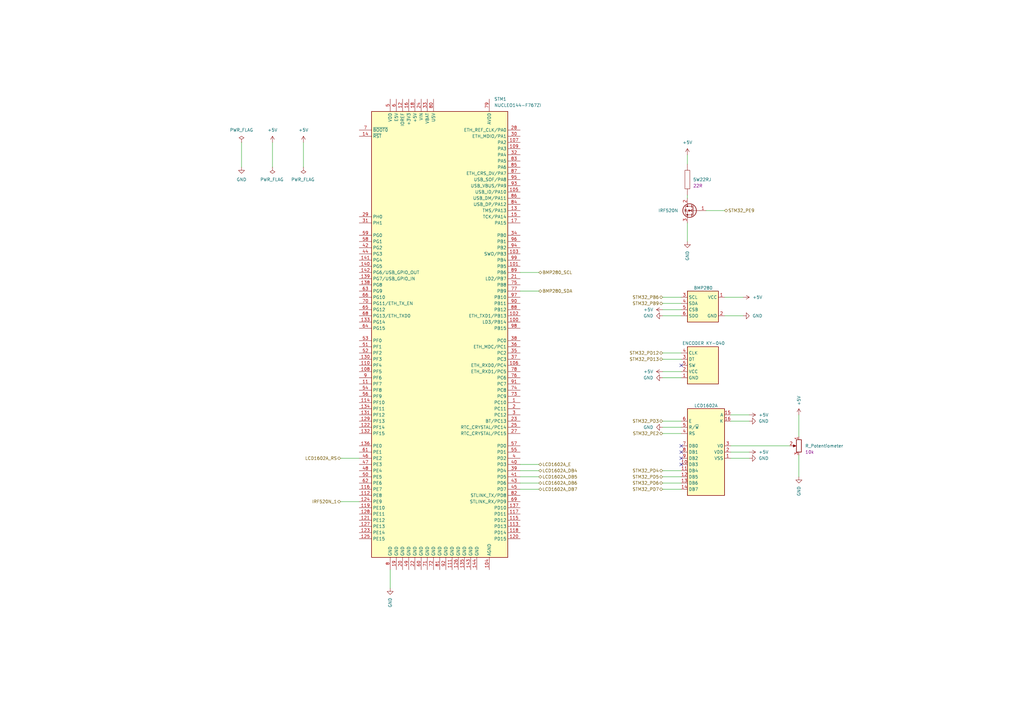
<source format=kicad_sch>
(kicad_sch (version 20211123) (generator eeschema)
  (paper "A3")
  (title_block (title "Schemat elektroniczny projektu regulatora temperatury PID") (date "2022-01-30"))
  (lib_symbols
    (symbol "Device:R_Potentiometer" (pin_names (offset 1.016) hide)
      (property "Reference" "RV" (at -4.445 0 90))
      (property "Value" "R_Potentiometer" (at -2.54 0 90))
      (symbol "R_Potentiometer_0_1"
        (polyline (pts (xy 2.54 0) (xy 1.524 0)))
        (polyline (pts (xy 1.143 0) (xy 2.286 0.508) (xy 2.286 -0.508) (xy 1.143 0)) (fill (type outline)))
        (rectangle (start 1.016 2.54) (end -1.016 -2.54) (stroke (width 0.254)))
      )
      (symbol "R_Potentiometer_1_1"
        (pin passive line (at 0 3.81 270) (length 1.27) (name "1") (number "1"))
        (pin passive line (at 3.81 0 180) (length 1.27) (name "2") (number "2"))
        (pin passive line (at 0 -3.81 90) (length 1.27) (name "3") (number "3"))
      )
    )
    (symbol "Display_Character:HY1602E"
      (property "Value" "LCD_1602A" (at -5.08 19.05 0))
      (symbol "HY1602E_0_1"
        (rectangle (start -7.62 17.78) (end 7.62 -17.78) (stroke (width 0.254)) (fill (type background)))
      )
      (symbol "HY1602E_1_1"
        (pin passive line (at 10.16 -2.54 180) (length 2.54) (name "VSS") (number "1"))
        (pin bidirectional line (at -10.16 -5.08 0) (length 2.54) (name "DB3") (number "10"))
        (pin bidirectional line (at -10.16 -7.62 0) (length 2.54) (name "DB4") (number "11"))
        (pin bidirectional line (at -10.16 -10.16 0) (length 2.54) (name "DB5") (number "12"))
        (pin bidirectional line (at -10.16 -12.7 0) (length 2.54) (name "DB6") (number "13"))
        (pin bidirectional line (at -10.16 -15.24 0) (length 2.54) (name "DB7") (number "14"))
        (pin input line (at 10.16 15.24 180) (length 2.54) (name "A") (number "15"))
        (pin input line (at 10.16 12.7 180) (length 2.54) (name "K") (number "16"))
        (pin passive line (at 10.16 0 180) (length 2.54) (name "VDD") (number "2"))
        (pin power_in line (at 10.16 2.54 180) (length 2.54) (name "V0") (number "3"))
        (pin input line (at -10.16 7.62 0) (length 2.54) (name "RS") (number "4"))
        (pin input line (at -10.16 10.16 0) (length 2.54) (name "R/~{W}") (number "5"))
        (pin input line (at -10.16 12.7 0) (length 2.54) (name "E") (number "6"))
        (pin bidirectional line (at -10.16 2.54 0) (length 2.54) (name "DB0") (number "7"))
        (pin bidirectional line (at -10.16 0 0) (length 2.54) (name "DB1") (number "8"))
        (pin bidirectional line (at -10.16 -2.54 0) (length 2.54) (name "DB2") (number "9"))
      )
    )
    (symbol "MCU_Module:NUCLEO144-F767ZI"
      (property "Reference" "U" (at -22.86 94.615 0))
      (property "Value" "NUCLEO144-F767ZI" (at -22.86 92.71 0))
      (symbol "NUCLEO144-F767ZI_0_1"
        (rectangle (start -27.94 -91.44) (end 27.94 91.44) (stroke (width 0.254)) (fill (type background)))
      )
      (symbol "NUCLEO144-F767ZI_1_1"
        (pin bidirectional line (at 33.02 -27.94 180) (length 5.08) (name "PC10") (number "1"))
        (pin no_connect line (at -33.02 55.88 0) (length 5.08) hide (name "NC") (number "10"))
        (pin bidirectional line (at 33.02 5.08 180) (length 5.08) (name "LD3/PB14") (number "100"))
        (pin bidirectional line (at 33.02 27.94 180) (length 5.08) (name "PB5") (number "101"))
        (pin bidirectional line (at 33.02 7.62 180) (length 5.08) (name "ETH_TXD1/PB13") (number "102"))
        (pin bidirectional line (at 33.02 33.02 180) (length 5.08) (name "SWO/PB3") (number "103"))
        (pin power_in line (at 20.32 -96.52 90) (length 5.08) (name "AGND") (number "104"))
        (pin bidirectional line (at 33.02 58.42 180) (length 5.08) (name "USB_ID/PA10") (number "105"))
        (pin bidirectional line (at 33.02 -12.7 180) (length 5.08) (name "ETH_RXD0/PC4") (number "106"))
        (pin bidirectional line (at 33.02 78.74 180) (length 5.08) (name "PA2") (number "107"))
        (pin bidirectional line (at -33.02 -15.24 0) (length 5.08) (name "PF5") (number "108"))
        (pin bidirectional line (at 33.02 76.2 180) (length 5.08) (name "PA3") (number "109"))
        (pin bidirectional line (at -33.02 -20.32 0) (length 5.08) (name "PF7") (number "11"))
        (pin bidirectional line (at -33.02 -12.7 0) (length 5.08) (name "PF4") (number "110"))
        (pin power_in line (at 5.08 -96.52 90) (length 5.08) (name "GND") (number "111"))
        (pin bidirectional line (at -33.02 -66.04 0) (length 5.08) (name "PE8") (number "112"))
        (pin bidirectional line (at 33.02 -78.74 180) (length 5.08) (name "PD13") (number "113"))
        (pin bidirectional line (at -33.02 -27.94 0) (length 5.08) (name "PF10") (number "114"))
        (pin bidirectional line (at 33.02 -76.2 180) (length 5.08) (name "PD12") (number "115"))
        (pin bidirectional line (at -33.02 -63.5 0) (length 5.08) (name "PE7") (number "116"))
        (pin bidirectional line (at 33.02 -73.66 180) (length 5.08) (name "PD11") (number "117"))
        (pin bidirectional line (at 33.02 -81.28 180) (length 5.08) (name "PD14") (number "118"))
        (pin bidirectional line (at -33.02 -71.12 0) (length 5.08) (name "PE10") (number "119"))
        (pin power_in line (at -15.24 96.52 270) (length 5.08) (name "IOREF") (number "12"))
        (pin bidirectional line (at 33.02 -83.82 180) (length 5.08) (name "PD15") (number "120"))
        (pin bidirectional line (at -33.02 -76.2 0) (length 5.08) (name "PE12") (number "121"))
        (pin bidirectional line (at -33.02 -38.1 0) (length 5.08) (name "PF14") (number "122"))
        (pin bidirectional line (at -33.02 -81.28 0) (length 5.08) (name "PE14") (number "123"))
        (pin bidirectional line (at -33.02 -68.58 0) (length 5.08) (name "PE9") (number "124"))
        (pin bidirectional line (at -33.02 -83.82 0) (length 5.08) (name "PE15") (number "125"))
        (pin power_in line (at 7.62 -96.52 90) (length 5.08) (name "GND") (number "126"))
        (pin bidirectional line (at -33.02 -78.74 0) (length 5.08) (name "PE13") (number "127"))
        (pin bidirectional line (at -33.02 -73.66 0) (length 5.08) (name "PE11") (number "128"))
        (pin bidirectional line (at -33.02 -35.56 0) (length 5.08) (name "PF13") (number "129"))
        (pin bidirectional line (at 33.02 50.8 180) (length 5.08) (name "TMS/PA13") (number "13"))
        (pin bidirectional line (at -33.02 -10.16 0) (length 5.08) (name "PF3") (number "130"))
        (pin bidirectional line (at -33.02 -33.02 0) (length 5.08) (name "PF12") (number "131"))
        (pin bidirectional line (at -33.02 -40.64 0) (length 5.08) (name "PF15") (number "132"))
        (pin bidirectional line (at -33.02 5.08 0) (length 5.08) (name "PG14") (number "133"))
        (pin bidirectional line (at -33.02 -30.48 0) (length 5.08) (name "PF11") (number "134"))
        (pin power_in line (at 10.16 -96.52 90) (length 5.08) (name "GND") (number "135"))
        (pin bidirectional line (at -33.02 -45.72 0) (length 5.08) (name "PE0") (number "136"))
        (pin bidirectional line (at 33.02 -71.12 180) (length 5.08) (name "PD10") (number "137"))
        (pin bidirectional line (at -33.02 20.32 0) (length 5.08) (name "PG8") (number "138"))
        (pin bidirectional line (at -33.02 22.86 0) (length 5.08) (name "PG7/USB_GPIO_IN") (number "139"))
        (pin input line (at -33.02 81.28 0) (length 5.08) (name "~{RST}") (number "14"))
        (pin bidirectional line (at -33.02 27.94 0) (length 5.08) (name "PG5") (number "140"))
        (pin bidirectional line (at -33.02 30.48 0) (length 5.08) (name "PG4") (number "141"))
        (pin bidirectional line (at -33.02 25.4 0) (length 5.08) (name "PG6/USB_GPIO_OUT") (number "142"))
        (pin power_in line (at 12.7 -96.52 90) (length 5.08) (name "GND") (number "143"))
        (pin power_in line (at 15.24 -96.52 90) (length 5.08) (name "GND") (number "144"))
        (pin bidirectional line (at 33.02 48.26 180) (length 5.08) (name "TCK/PA14") (number "15"))
        (pin power_in line (at -12.7 96.52 270) (length 5.08) (name "+3V3") (number "16"))
        (pin bidirectional line (at 33.02 45.72 180) (length 5.08) (name "PA15") (number "17"))
        (pin power_in line (at -10.16 96.52 270) (length 5.08) (name "+5V") (number "18"))
        (pin power_in line (at -17.78 -96.52 90) (length 5.08) (name "GND") (number "19"))
        (pin bidirectional line (at 33.02 -30.48 180) (length 5.08) (name "PC11") (number "2"))
        (pin power_in line (at -15.24 -96.52 90) (length 5.08) (name "GND") (number "20"))
        (pin bidirectional line (at 33.02 22.86 180) (length 5.08) (name "LD2/PB7") (number "21"))
        (pin power_in line (at -10.16 -96.52 90) (length 5.08) (name "GND") (number "22"))
        (pin bidirectional line (at 33.02 -35.56 180) (length 5.08) (name "BT/PC13") (number "23"))
        (pin power_in line (at -7.62 96.52 270) (length 5.08) (name "VIN") (number "24"))
        (pin bidirectional line (at 33.02 -38.1 180) (length 5.08) (name "RTC_CRYSTAL/PC14") (number "25"))
        (pin no_connect line (at -33.02 58.42 0) (length 5.08) hide (name "NC") (number "26"))
        (pin bidirectional line (at 33.02 -40.64 180) (length 5.08) (name "RTC_CRYSTAL/PC15") (number "27"))
        (pin bidirectional line (at 33.02 83.82 180) (length 5.08) (name "ETH_REF_CLK/PA0") (number "28"))
        (pin bidirectional line (at -33.02 48.26 0) (length 5.08) (name "PH0") (number "29"))
        (pin bidirectional line (at 33.02 -33.02 180) (length 5.08) (name "PC12") (number "3"))
        (pin bidirectional line (at 33.02 81.28 180) (length 5.08) (name "ETH_MDIO/PA1") (number "30"))
        (pin bidirectional line (at -33.02 45.72 0) (length 5.08) (name "PH1") (number "31"))
        (pin bidirectional line (at 33.02 73.66 180) (length 5.08) (name "PA4") (number "32"))
        (pin power_in line (at -5.08 96.52 270) (length 5.08) (name "VBAT") (number "33"))
        (pin bidirectional line (at 33.02 40.64 180) (length 5.08) (name "PB0") (number "34"))
        (pin bidirectional line (at 33.02 -7.62 180) (length 5.08) (name "PC2") (number "35"))
        (pin bidirectional line (at 33.02 -5.08 180) (length 5.08) (name "ETH_MDC/PC1") (number "36"))
        (pin bidirectional line (at 33.02 -10.16 180) (length 5.08) (name "PC3") (number "37"))
        (pin bidirectional line (at 33.02 -2.54 180) (length 5.08) (name "PC0") (number "38"))
        (pin bidirectional line (at 33.02 -55.88 180) (length 5.08) (name "PD4") (number "39"))
        (pin bidirectional line (at 33.02 -50.8 180) (length 5.08) (name "PD2") (number "4"))
        (pin bidirectional line (at 33.02 -53.34 180) (length 5.08) (name "PD3") (number "40"))
        (pin bidirectional line (at 33.02 -58.42 180) (length 5.08) (name "PD5") (number "41"))
        (pin bidirectional line (at -33.02 35.56 0) (length 5.08) (name "PG2") (number "42"))
        (pin bidirectional line (at 33.02 -60.96 180) (length 5.08) (name "PD6") (number "43"))
        (pin bidirectional line (at -33.02 33.02 0) (length 5.08) (name "PG3") (number "44"))
        (pin bidirectional line (at 33.02 -63.5 180) (length 5.08) (name "PD7") (number "45"))
        (pin bidirectional line (at -33.02 -50.8 0) (length 5.08) (name "PE2") (number "46"))
        (pin bidirectional line (at -33.02 -53.34 0) (length 5.08) (name "PE3") (number "47"))
        (pin bidirectional line (at -33.02 -55.88 0) (length 5.08) (name "PE4") (number "48"))
        (pin power_in line (at -12.7 -96.52 90) (length 5.08) (name "GND") (number "49"))
        (pin power_in line (at -20.32 96.52 270) (length 5.08) (name "VDD") (number "5"))
        (pin bidirectional line (at -33.02 -58.42 0) (length 5.08) (name "PE5") (number "50"))
        (pin bidirectional line (at -33.02 -5.08 0) (length 5.08) (name "PF1") (number "51"))
        (pin bidirectional line (at -33.02 -7.62 0) (length 5.08) (name "PF2") (number "52"))
        (pin bidirectional line (at -33.02 -2.54 0) (length 5.08) (name "PF0") (number "53"))
        (pin bidirectional line (at -33.02 -22.86 0) (length 5.08) (name "PF8") (number "54"))
        (pin bidirectional line (at 33.02 -48.26 180) (length 5.08) (name "PD1") (number "55"))
        (pin bidirectional line (at -33.02 -25.4 0) (length 5.08) (name "PF9") (number "56"))
        (pin bidirectional line (at 33.02 -45.72 180) (length 5.08) (name "PD0") (number "57"))
        (pin bidirectional line (at -33.02 38.1 0) (length 5.08) (name "PG1") (number "58"))
        (pin bidirectional line (at -33.02 40.64 0) (length 5.08) (name "PG0") (number "59"))
        (pin power_in line (at -17.78 96.52 270) (length 5.08) (name "E5V") (number "6"))
        (pin power_in line (at -7.62 -96.52 90) (length 5.08) (name "GND") (number "60"))
        (pin bidirectional line (at -33.02 -48.26 0) (length 5.08) (name "PE1") (number "61"))
        (pin bidirectional line (at -33.02 -60.96 0) (length 5.08) (name "PE6") (number "62"))
        (pin bidirectional line (at -33.02 17.78 0) (length 5.08) (name "PG9") (number "63"))
        (pin bidirectional line (at -33.02 2.54 0) (length 5.08) (name "PG15") (number "64"))
        (pin bidirectional line (at -33.02 10.16 0) (length 5.08) (name "PG12") (number "65"))
        (pin bidirectional line (at -33.02 15.24 0) (length 5.08) (name "PG10") (number "66"))
        (pin no_connect line (at -33.02 53.34 0) (length 5.08) hide (name "NC") (number "67"))
        (pin bidirectional line (at -33.02 7.62 0) (length 5.08) (name "PG13/ETH_TXD0") (number "68"))
        (pin bidirectional line (at 33.02 -68.58 180) (length 5.08) (name "STLINK_RX/PD9") (number "69"))
        (pin input line (at -33.02 83.82 0) (length 5.08) (name "~{BOOT0}") (number "7"))
        (pin bidirectional line (at -33.02 12.7 0) (length 5.08) (name "PG11/ETH_TX_EN") (number "70"))
        (pin power_in line (at -5.08 -96.52 90) (length 5.08) (name "GND") (number "71"))
        (pin power_in line (at -2.54 -96.52 90) (length 5.08) (name "GND") (number "72"))
        (pin bidirectional line (at 33.02 -25.4 180) (length 5.08) (name "PC9") (number "73"))
        (pin bidirectional line (at 33.02 -22.86 180) (length 5.08) (name "PC8") (number "74"))
        (pin bidirectional line (at 33.02 20.32 180) (length 5.08) (name "PB8") (number "75"))
        (pin bidirectional line (at 33.02 -17.78 180) (length 5.08) (name "PC6") (number "76"))
        (pin bidirectional line (at 33.02 17.78 180) (length 5.08) (name "PB9") (number "77"))
        (pin bidirectional line (at 33.02 -15.24 180) (length 5.08) (name "ETH_RXD1/PC5") (number "78"))
        (pin power_in line (at 20.32 96.52 270) (length 5.08) (name "AVDD") (number "79"))
        (pin power_in line (at -20.32 -96.52 90) (length 5.08) (name "GND") (number "8"))
        (pin power_in line (at -2.54 96.52 270) (length 5.08) (name "U5V") (number "80"))
        (pin power_in line (at 0 -96.52 90) (length 5.08) (name "GND") (number "81"))
        (pin bidirectional line (at 33.02 -66.04 180) (length 5.08) (name "STLINK_TX/PD8") (number "82"))
        (pin bidirectional line (at 33.02 71.12 180) (length 5.08) (name "PA5") (number "83"))
        (pin bidirectional line (at 33.02 53.34 180) (length 5.08) (name "USB_DP/PA12") (number "84"))
        (pin bidirectional line (at 33.02 68.58 180) (length 5.08) (name "PA6") (number "85"))
        (pin bidirectional line (at 33.02 55.88 180) (length 5.08) (name "USB_DM/PA11") (number "86"))
        (pin bidirectional line (at 33.02 66.04 180) (length 5.08) (name "ETH_CRS_DV/PA7") (number "87"))
        (pin bidirectional line (at 33.02 10.16 180) (length 5.08) (name "PB12") (number "88"))
        (pin bidirectional line (at 33.02 25.4 180) (length 5.08) (name "PB6") (number "89"))
        (pin bidirectional line (at -33.02 -17.78 0) (length 5.08) (name "PF6") (number "9"))
        (pin bidirectional line (at 33.02 12.7 180) (length 5.08) (name "PB11") (number "90"))
        (pin bidirectional line (at 33.02 -20.32 180) (length 5.08) (name "PC7") (number "91"))
        (pin power_in line (at 2.54 -96.52 90) (length 5.08) (name "GND") (number "92"))
        (pin bidirectional line (at 33.02 60.96 180) (length 5.08) (name "USB_VBUS/PA9") (number "93"))
        (pin bidirectional line (at 33.02 35.56 180) (length 5.08) (name "PB2") (number "94"))
        (pin bidirectional line (at 33.02 63.5 180) (length 5.08) (name "USB_SOF/PA8") (number "95"))
        (pin bidirectional line (at 33.02 38.1 180) (length 5.08) (name "PB1") (number "96"))
        (pin bidirectional line (at 33.02 15.24 180) (length 5.08) (name "PB10") (number "97"))
        (pin bidirectional line (at 33.02 2.54 180) (length 5.08) (name "PB15") (number "98"))
        (pin bidirectional line (at 33.02 30.48 180) (length 5.08) (name "PB4") (number "99"))
      )
    )
    (symbol "Sensor_Pressure:BMP280"
      (property "Value" "BMP280" (at -5.08 8.89 0))
      (symbol "BMP280_0_1"
        (rectangle (start -7.62 -5.08) (end 5.08 7.62) (stroke (width 0.254)) (fill (type background)))
      )
      (symbol "BMP280_1_1"
        (pin power_in line (at 7.62 5.08 180) (length 2.54) (name "VCC") (number "1"))
        (pin power_in line (at 7.62 -2.54 180) (length 2.54) (name "GND") (number "2"))
        (pin input line (at -10.16 5.08 0) (length 2.54) (name "SCL") (number "3"))
        (pin bidirectional line (at -10.16 2.54 0) (length 2.54) (name "SDA") (number "4"))
        (pin bidirectional line (at -10.16 0 0) (length 2.54) (name "CSB") (number "5"))
        (pin input line (at -10.16 -2.54 0) (length 2.54) (name "SDO") (number "6"))
      )
    )
    (symbol "Sensor_Pressure:ENCODER KY-040"
      (property "Value" "ENCODER KY-040" (at -10.16 10.16 0))
      (symbol "ENCODER KY-040_0_1"
        (rectangle (start -7.62 7.62) (end 5.08 -7.62) (stroke (width 0.254)) (fill (type background)))
      )
      (symbol "ENCODER KY-040_1_1"
        (pin power_in line (at -10.16 -5.08 0) (length 2.54) (name "GND") (number "1"))
        (pin power_in line (at -10.16 -2.54 0) (length 2.54) (name "VCC") (number "2"))
        (pin bidirectional line (at -10.16 2.54 0) (length 2.54) (name "DT") (number "3"))
        (pin bidirectional line (at -10.16 5.08 0) (length 2.54) (name "CLK") (number "4"))
        (pin bidirectional line (at -10.16 0 0) (length 2.54) (name "SW") (number "5"))
      )
    )
    (symbol "Transistor_FET:IRF540N" (pin_names hide)
      (property "Reference" "Q" (at 6.35 1.905 0))
      (property "Value" "IRF540N" (at 6.35 0 0))
      (symbol "IRF540N_0_1"
        (polyline (pts (xy 0.254 0) (xy -2.54 0)))
        (polyline (pts (xy 0.254 1.905) (xy 0.254 -1.905)) (stroke (width 0.254)))
        (polyline (pts (xy 0.762 -1.27) (xy 0.762 -2.286)) (stroke (width 0.254)))
        (polyline (pts (xy 0.762 0.508) (xy 0.762 -0.508)) (stroke (width 0.254)))
        (polyline (pts (xy 0.762 2.286) (xy 0.762 1.27)) (stroke (width 0.254)))
        (polyline (pts (xy 2.54 2.54) (xy 2.54 1.778)))
        (polyline (pts (xy 2.54 -2.54) (xy 2.54 0) (xy 0.762 0)))
        (polyline (pts (xy 0.762 -1.778) (xy 3.302 -1.778) (xy 3.302 1.778) (xy 0.762 1.778)))
        (polyline (pts (xy 1.016 0) (xy 2.032 0.381) (xy 2.032 -0.381) (xy 1.016 0)) (fill (type outline)))
        (polyline (pts (xy 2.794 0.508) (xy 2.921 0.381) (xy 3.683 0.381) (xy 3.81 0.254)))
        (polyline (pts (xy 3.302 0.381) (xy 2.921 -0.254) (xy 3.683 -0.254) (xy 3.302 0.381)))
        (circle (center 1.651 0) (radius 2.794) (stroke (width 0.254)))
        (circle (center 2.54 -1.778) (radius 0.254) (fill (type outline)))
        (circle (center 2.54 1.778) (radius 0.254) (fill (type outline)))
      )
      (symbol "IRF540N_1_1"
        (pin input line (at -5.08 0 0) (length 2.54) (name "G") (number "1"))
        (pin passive line (at 2.54 5.08 270) (length 2.54) (name "D") (number "2"))
        (pin passive line (at 2.54 -5.08 90) (length 2.54) (name "S") (number "3"))
      )
    )
    (symbol "power:+5.7V" (power) (pin_names (offset 0))
      (property "Value" "+5.7V" (at 0 3.556 0))
      (symbol "+5.7V_0_1"
        (polyline (pts (xy -0.762 1.27) (xy 0 2.54)))
        (polyline (pts (xy 0 0) (xy 0 2.54)))
        (polyline (pts (xy 0 2.54) (xy 0.762 1.27)))
      )
      (symbol "+5.7V_1_1"
        (pin power_in line (at 0 0 90) (length 0) hide (name "+5V") (number "1"))
      )
    )
    (symbol "power:+5V" (power) (pin_names (offset 0))
      (property "Value" "+5V" (at 0 3.556 0))
      (symbol "+5V_0_1"
        (polyline (pts (xy -0.762 1.27) (xy 0 2.54)))
        (polyline (pts (xy 0 0) (xy 0 2.54)))
        (polyline (pts (xy 0 2.54) (xy 0.762 1.27)))
      )
      (symbol "+5V_1_1"
        (pin power_in line (at 0 0 90) (length 0) hide (name "+5V") (number "1"))
      )
    )
    (symbol "power:GND" (power) (pin_names (offset 0))
      (property "Value" "GND" (at 0 -3.81 0))
      (symbol "GND_0_1"
        (polyline (pts (xy 0 0) (xy 0 -1.27) (xy 1.27 -1.27) (xy 0 -2.54) (xy -1.27 -1.27) (xy 0 -1.27)))
      )
      (symbol "GND_1_1"
        (pin power_in line (at 0 0 270) (length 0) hide (name "GND") (number "1"))
      )
    )
    (symbol "power:PWR_FLAG" (power) (pin_numbers hide) (pin_names (offset 0) hide)
      (property "Value" "PWR_FLAG" (at 0 3.81 0))
      (symbol "PWR_FLAG_0_0"
        (pin power_out line (at 0 0 90) (length 0) (name "pwr") (number "1"))
      )
      (symbol "PWR_FLAG_0_1"
        (polyline (pts (xy 0 0) (xy 0 1.27) (xy -1.016 1.905) (xy 0 2.54) (xy 1.016 1.905) (xy 0 1.27)))
      )
    )
    (symbol "pspice:R" (pin_numbers hide) (pin_names (offset 0))
      (property "Reference" "R" (at 2.032 0 90))
      (property "Value" "R" (at 0 0 90))
      (symbol "R_0_1"
        (rectangle (start -1.016 3.81) (end 1.016 -3.81))
      )
      (symbol "R_1_1"
        (pin passive line (at 0 6.35 270) (length 2.54) (name "~") (number "1"))
        (pin passive line (at 0 -6.35 90) (length 2.54) (name "~") (number "2"))
      )
    )
  )
  (no_connect (at 279.4 185.42))
  (no_connect (at 279.4 187.96))
  (no_connect (at 279.4 182.88))
  (no_connect (at 279.4 190.5))
  (no_connect (at 279.4 149.86))
  (wire (pts (xy 279.4 193.04) (xy 271.78 193.04)))
  (wire (pts (xy 160.02 241.3) (xy 160.02 233.68)))
  (wire (pts (xy 279.4 144.78) (xy 271.78 144.78)))
  (wire (pts (xy 281.94 99.06) (xy 281.94 91.44)))
  (wire (pts (xy 124.46 58.42) (xy 124.46 68.58)))
  (wire (pts (xy 299.72 182.88) (xy 323.85 182.88)))
  (wire (pts (xy 213.36 119.38) (xy 220.98 119.38)))
  (wire (pts (xy 281.94 63.5) (xy 281.94 67.31)))
  (wire (pts (xy 279.4 152.4) (xy 271.78 152.4)))
  (wire (pts (xy 271.78 129.54) (xy 279.4 129.54)))
  (wire (pts (xy 279.4 195.58) (xy 271.78 195.58)))
  (wire (pts (xy 307.34 172.72) (xy 299.72 172.72)))
  (wire (pts (xy 213.36 198.12) (xy 220.98 198.12)))
  (wire (pts (xy 299.72 170.18) (xy 307.34 170.18)))
  (wire (pts (xy 213.36 190.5) (xy 220.98 190.5)))
  (wire (pts (xy 271.78 175.26) (xy 279.4 175.26)))
  (wire (pts (xy 279.4 127) (xy 271.78 127)))
  (wire (pts (xy 279.4 124.46) (xy 271.78 124.46)))
  (wire (pts (xy 111.76 58.42) (xy 111.76 68.58)))
  (wire (pts (xy 327.66 170.18) (xy 327.66 179.07)))
  (wire (pts (xy 289.56 86.36) (xy 297.18 86.36)))
  (wire (pts (xy 279.4 147.32) (xy 271.78 147.32)))
  (wire (pts (xy 213.36 195.58) (xy 220.98 195.58)))
  (wire (pts (xy 279.4 200.66) (xy 271.78 200.66)))
  (wire (pts (xy 99.06 58.42) (xy 99.06 68.58)))
  (wire (pts (xy 279.4 198.12) (xy 271.78 198.12)))
  (wire (pts (xy 304.8 129.54) (xy 297.18 129.54)))
  (wire (pts (xy 299.72 185.42) (xy 307.34 185.42)))
  (wire (pts (xy 279.4 172.72) (xy 271.78 172.72)))
  (wire (pts (xy 213.36 200.66) (xy 220.98 200.66)))
  (wire (pts (xy 281.94 80.01) (xy 281.94 81.28)))
  (wire (pts (xy 213.36 193.04) (xy 220.98 193.04)))
  (wire (pts (xy 297.18 121.92) (xy 304.8 121.92)))
  (wire (pts (xy 213.36 111.76) (xy 220.98 111.76)))
  (wire (pts (xy 271.78 154.94) (xy 279.4 154.94)))
  (wire (pts (xy 279.4 121.92) (xy 271.78 121.92)))
  (wire (pts (xy 147.32 205.74) (xy 139.7 205.74)))
  (wire (pts (xy 307.34 187.96) (xy 299.72 187.96)))
  (wire (pts (xy 147.32 187.96) (xy 139.7 187.96)))
  (wire (pts (xy 327.66 186.69) (xy 327.66 195.58)))
  (wire (pts (xy 279.4 177.8) (xy 271.78 177.8)))
  (hierarchical_label "LCD1602A_RS" (shape bidirectional) (at 139.7 187.96 180))
  (hierarchical_label "STM32_PD4" (shape bidirectional) (at 271.78 193.04 180))
  (hierarchical_label "STM32_PD5" (shape bidirectional) (at 271.78 195.58 180))
  (hierarchical_label "STM32_PD13" (shape bidirectional) (at 271.78 147.32 180))
  (hierarchical_label "LCD1602A_DB6" (shape bidirectional) (at 220.98 198.12 0))
  (hierarchical_label "LCD1602A_E" (shape bidirectional) (at 220.98 190.5 0))
  (hierarchical_label "STM32_PD7" (shape bidirectional) (at 271.78 200.66 180))
  (hierarchical_label "STM32_PB9" (shape bidirectional) (at 271.78 124.46 180))
  (hierarchical_label "STM32_PE9" (shape bidirectional) (at 297.18 86.36 0))
  (hierarchical_label "STM32_PD6" (shape bidirectional) (at 271.78 198.12 180))
  (hierarchical_label "STM32_PD3" (shape bidirectional) (at 271.78 172.72 180))
  (hierarchical_label "LCD1602A_DB5" (shape bidirectional) (at 220.98 195.58 0))
  (hierarchical_label "STM32_PB6" (shape bidirectional) (at 271.78 121.92 180))
  (hierarchical_label "BMP280_SDA" (shape bidirectional) (at 220.98 119.38 0))
  (hierarchical_label "LCD1602A_DB4" (shape bidirectional) (at 220.98 193.04 0))
  (hierarchical_label "LCD1602A_DB7" (shape bidirectional) (at 220.98 200.66 0))
  (hierarchical_label "IRF520N_1" (shape bidirectional) (at 139.7 205.74 180))
  (hierarchical_label "BMP280_SCL" (shape bidirectional) (at 220.98 111.76 0))
  (hierarchical_label "STM32_PE2" (shape bidirectional) (at 271.78 177.8 180))
  (hierarchical_label "STM32_PD12" (shape bidirectional) (at 271.78 144.78 180))
  (symbol (lib_id "power:GND") (at 271.78 154.94 270) (unit 1)
    (property "Reference" "#PWR08" (effects hide))
    (property "Value" "GND" (at 267.97 154.9401 90) (effects (justify right)))
  )
  (symbol (lib_id "Sensor_Pressure:ENCODER KY-040") (at 289.56 149.86 0) (unit 1)
    (property "Reference" "U2" (effects hide))
    (property "Value" "ENCODER KY-040" (at 279.8 140.78 0) (effects (justify left)))
  )
  (symbol (lib_id "power:+5V") (at 271.78 127 90) (unit 1)
    (property "Reference" "#PWR05" (effects hide))
    (property "Value" "+5V" (at 267.97 127.0001 90) (effects (justify left)))
  )
  (symbol (lib_id "power:GND") (at 307.34 172.72 90) (unit 1)
    (property "Reference" "#PWR015" (effects hide))
    (property "Value" "GND" (at 311.15 172.7199 90) (effects (justify right)))
  )
  (symbol (lib_id "Display_Character:HY1602E") (at 289.56 185.42 0) (unit 1)
    (property "Reference" "DS1" (effects hide))
    (property "Value" "LCD1602A" (at 289.56 166.39 0))
    (property "Footprint" "Display:HY1602E" (effects hide))
    (property "Datasheet" "http://www.icbank.com/data/ICBShop/board/HY1602E.pdf" (effects hide))
  )
  (symbol (lib_id "power:+5V") (at 111.76 58.42 0) (unit 1)
    (property "Reference" "#PWR02" (effects hide))
    (property "Value" "+5V" (at 111.76 53.34 0))
  )
  (symbol (lib_id "Sensor_Pressure:BMP280") (at 289.56 127 0) (unit 1)
    (property "Reference" "U1" (effects hide))
    (property "Value" "BMP280" (at 284.48 118.11 0) (effects (justify left)))
    (property "Footprint" "Package_LGA:Bosch_LGA-8_2x2.5mm_P0.65mm_ClockwisePinNumbering" (effects hide))
    (property "Datasheet" "https://ae-bst.resource.bosch.com/media/_tech/media/datasheets/BST-BMP280-DS001.pdf" (effects hide))
  )
  (symbol (lib_id "MCU_Module:NUCLEO144-F767ZI") (at 180.34 137.16 0) (unit 1)
    (property "Reference" "STM1" (at 202.6794 40.64 0) (effects (justify left)))
    (property "Value" "NUCLEO144-F767ZI" (at 202.6794 43.18 0) (effects (justify left)))
    (property "Footprint" "Module:ST_Morpho_Connector_144_STLink" (effects hide))
    (property "Datasheet" "https://www.st.com/resource/en/user_manual/dm00244518-stm32-nucleo144-boards-stmicroelectronics.pdf" (effects hide))
  )
  (symbol (lib_id "power:GND") (at 327.66 195.58 0) (unit 1)
    (property "Reference" "#PWR019" (effects hide))
    (property "Value" "GND" (at 327.6601 199.39 90) (effects (justify right)))
  )
  (symbol (lib_id "power:+5V") (at 307.34 170.18 270) (unit 1)
    (property "Reference" "#PWR014" (effects hide))
    (property "Value" "+5V" (at 311.15 170.1799 90) (effects (justify left)))
  )
  (symbol (lib_id "power:GND") (at 271.78 129.54 270) (unit 1)
    (property "Reference" "#PWR06" (effects hide))
    (property "Value" "GND" (at 267.97 129.5401 90) (effects (justify right)))
  )
  (symbol (lib_id "power:+5.7V") (at 124.46 58.42 0) (unit 1)
    (property "Reference" "#PWR03" (effects hide))
    (property "Value" "+5.7V" (at 124.46 53.34 0))
  )
  (symbol (lib_id "power:PWR_FLAG") (at 111.76 68.58 180) (unit 1)
    (property "Reference" "#FLG02" (effects hide))
    (property "Value" "PWR_FLAG" (at 106.68 73.66 0) (effects (justify right)))
  )
  (symbol (lib_id "pspice:R") (at 281.94 73.66 0) (unit 1)
    (property "Reference" "R1" (effects hide))
    (property "Value" "5W22RJ" (at 288.02 73.66 0))
    (property "Val" "22R" (at 286.22 76.2 0))
  )
  (symbol (lib_id "power:GND") (at 307.34 187.96 90) (unit 1)
    (property "Reference" "#PWR017" (effects hide))
    (property "Value" "GND" (at 311.15 187.9599 90) (effects (justify right)))
  )
  (symbol (lib_id "power:GND") (at 271.78 175.26 270) (unit 1)
    (property "Reference" "#PWR09" (effects hide))
    (property "Value" "GND" (at 267.97 175.2601 90) (effects (justify right)))
  )
  (symbol (lib_id "power:PWR_FLAG") (at 99.06 58.42 0) (unit 1)
    (property "Reference" "#FLG01" (effects hide))
    (property "Value" "PWR_FLAG" (at 99.06 53.34 0))
  )
  (symbol (lib_id "power:+5.7V") (at 281.94 63.5 0) (unit 1)
    (property "Reference" "#PWR010" (effects hide))
    (property "Value" "+5.7V" (at 281.94 58.42 0))
  )
  (symbol (lib_id "power:GND") (at 281.94 99.06 0) (unit 1)
    (property "Reference" "#PWR011" (effects hide))
    (property "Value" "GND" (at 281.9401 102.87 90) (effects (justify right)))
  )
  (symbol (lib_id "power:GND") (at 99.06 68.58 0) (unit 1)
    (property "Reference" "#PWR01" (effects hide))
    (property "Value" "GND" (at 99.06 73.66 0))
  )
  (symbol (lib_id "power:+5V") (at 307.34 185.42 270) (unit 1)
    (property "Reference" "#PWR016" (effects hide))
    (property "Value" "+5V" (at 311.15 185.4199 90) (effects (justify left)))
  )
  (symbol (lib_id "power:GND") (at 304.8 129.54 90) (unit 1)
    (property "Reference" "#PWR013" (effects hide))
    (property "Value" "GND" (at 308.61 129.5399 90) (effects (justify right)))
  )
  (symbol (lib_id "power:+5V") (at 271.78 152.4 90) (unit 1)
    (property "Reference" "#PWR07" (effects hide))
    (property "Value" "+5V" (at 267.97 152.4001 90) (effects (justify left)))
  )
  (symbol (lib_id "power:+5V") (at 304.8 121.92 270) (unit 1)
    (property "Reference" "#PWR012" (effects hide))
    (property "Value" "+5V" (at 308.61 121.9199 90) (effects (justify left)))
  )
  (symbol (lib_id "power:+5V") (at 327.66 170.18 0) (unit 1)
    (property "Reference" "#PWR018" (effects hide))
    (property "Value" "+5V" (at 327.6599 166.37 90) (effects (justify left)))
  )
  (symbol (lib_id "Transistor_FET:IRF540N") (at 284.48 86.36 0) (mirror y) (unit 1)
    (property "Reference" "Q1" (effects hide))
    (property "Value" "IRF520N" (at 278.13 86.3599 0) (effects (justify left)))
    (property "Footprint" "Package_TO_SOT_THT:TO-220-3_Vertical" (effects hide))
    (property "Datasheet" "http://www.irf.com/product-info/datasheets/data/irf540n.pdf" (effects hide))
  )
  (symbol (lib_id "power:PWR_FLAG") (at 124.46 68.58 180) (unit 1)
    (property "Reference" "#FLG03" (effects hide))
    (property "Value" "PWR_FLAG" (at 119.38 73.66 0) (effects (justify right)))
  )
  (symbol (lib_id "Device:R_Potentiometer") (at 327.66 182.88 0) (mirror y) (unit 1)
    (property "Reference" "RV1" (effects hide))
    (property "Value" "R_Potentiometer" (at 330.2 182.88 0) (effects (justify right)))
    (property "Val" "10k" (at 332.06 185.42 0))
  )
  (symbol (lib_id "power:GND") (at 160.02 241.3 0) (unit 1)
    (property "Reference" "#PWR04" (effects hide))
    (property "Value" "GND" (at 160.0201 245.11 90) (effects (justify right)))
  )
)
</source>
